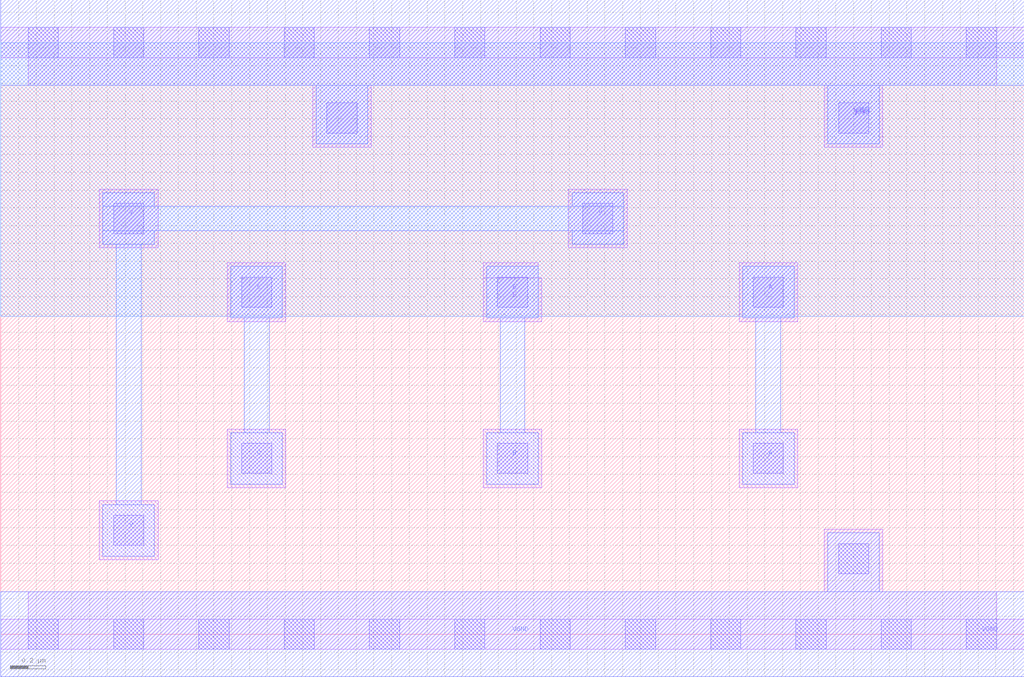
<source format=lef>
VERSION 5.7 ;
  NOWIREEXTENSIONATPIN ON ;
  DIVIDERCHAR "/" ;
  BUSBITCHARS "[]" ;
MACRO NAND3X1
  CLASS CORE ;
  FOREIGN NAND3X1 ;
  ORIGIN 0.000 0.000 ;
  SIZE 5.760 BY 3.330 ;
  SYMMETRY X Y ;
  SITE unit ;
  PIN A
    ANTENNAGATEAREA 0.189000 ;
    PORT
      LAYER met1 ;
        RECT 4.175 1.780 4.465 2.070 ;
        RECT 4.250 1.135 4.390 1.780 ;
        RECT 4.175 0.845 4.465 1.135 ;
    END
    PORT
      LAYER li1 ;
        RECT 4.155 1.760 4.485 2.090 ;
      LAYER mcon ;
        RECT 4.235 1.840 4.405 2.010 ;
    END
  END A
  PIN B
    ANTENNAGATEAREA 0.189000 ;
    PORT
      LAYER met1 ;
        RECT 2.735 1.780 3.025 2.070 ;
        RECT 2.810 1.135 2.950 1.780 ;
        RECT 2.735 0.845 3.025 1.135 ;
    END
    PORT
      LAYER li1 ;
        RECT 2.715 2.005 3.025 2.090 ;
        RECT 2.715 1.760 3.045 2.005 ;
      LAYER mcon ;
        RECT 2.795 1.840 2.965 2.010 ;
    END
  END B
  PIN C
    ANTENNAGATEAREA 0.189000 ;
    PORT
      LAYER met1 ;
        RECT 1.295 1.780 1.585 2.070 ;
        RECT 1.370 1.135 1.510 1.780 ;
        RECT 1.295 0.845 1.585 1.135 ;
    END
    PORT
      LAYER li1 ;
        RECT 1.275 1.760 1.605 2.090 ;
      LAYER mcon ;
        RECT 1.355 1.840 1.525 2.010 ;
    END
  END C
  PIN VGND
    ANTENNADIFFAREA 0.331800 ;
    PORT
      LAYER met1 ;
        RECT 4.655 0.240 4.945 0.570 ;
        RECT 0.000 -0.240 5.760 0.240 ;
    END
    PORT
      LAYER li1 ;
        RECT 4.635 0.240 4.965 0.590 ;
        RECT 0.155 0.085 5.605 0.240 ;
        RECT 0.000 -0.085 5.760 0.085 ;
      LAYER mcon ;
        RECT 4.715 0.340 4.885 0.510 ;
        RECT 0.155 -0.085 0.325 0.085 ;
        RECT 0.635 -0.085 0.805 0.085 ;
        RECT 1.115 -0.085 1.285 0.085 ;
        RECT 1.595 -0.085 1.765 0.085 ;
        RECT 2.075 -0.085 2.245 0.085 ;
        RECT 2.555 -0.085 2.725 0.085 ;
        RECT 3.035 -0.085 3.205 0.085 ;
        RECT 3.515 -0.085 3.685 0.085 ;
        RECT 3.995 -0.085 4.165 0.085 ;
        RECT 4.475 -0.085 4.645 0.085 ;
        RECT 4.955 -0.085 5.125 0.085 ;
        RECT 5.435 -0.085 5.605 0.085 ;
    END
    PORT
      LAYER met1 ;
        RECT 0.000 3.090 5.760 3.570 ;
        RECT 1.775 2.760 2.065 3.090 ;
        RECT 4.655 2.760 4.945 3.090 ;
    END
  END VGND
  PIN VPWR
    ANTENNADIFFAREA 1.747200 ;
    PORT
      LAYER li1 ;
        RECT 0.000 3.245 5.760 3.415 ;
        RECT 0.155 3.090 5.605 3.245 ;
        RECT 1.755 2.740 2.085 3.090 ;
        RECT 4.635 2.740 4.965 3.090 ;
      LAYER mcon ;
        RECT 0.155 3.245 0.325 3.415 ;
        RECT 0.635 3.245 0.805 3.415 ;
        RECT 1.115 3.245 1.285 3.415 ;
        RECT 1.595 3.245 1.765 3.415 ;
        RECT 2.075 3.245 2.245 3.415 ;
        RECT 2.555 3.245 2.725 3.415 ;
        RECT 3.035 3.245 3.205 3.415 ;
        RECT 3.515 3.245 3.685 3.415 ;
        RECT 3.995 3.245 4.165 3.415 ;
        RECT 4.475 3.245 4.645 3.415 ;
        RECT 4.955 3.245 5.125 3.415 ;
        RECT 5.435 3.245 5.605 3.415 ;
        RECT 1.835 2.820 2.005 2.990 ;
        RECT 4.715 2.820 4.885 2.990 ;
    END
  END VPWR
  PIN Y
    ANTENNADIFFAREA 2.131200 ;
    PORT
      LAYER met1 ;
        RECT 0.575 2.410 0.865 2.485 ;
        RECT 3.215 2.410 3.505 2.485 ;
        RECT 0.575 2.270 3.505 2.410 ;
        RECT 0.575 2.195 0.865 2.270 ;
        RECT 3.215 2.195 3.505 2.270 ;
        RECT 0.650 0.730 0.790 2.195 ;
        RECT 0.575 0.440 0.865 0.730 ;
    END
    PORT
      LAYER li1 ;
        RECT 0.555 2.175 0.885 2.505 ;
      LAYER mcon ;
        RECT 0.635 2.255 0.805 2.425 ;
    END
    PORT
      LAYER li1 ;
        RECT 3.195 2.175 3.525 2.505 ;
      LAYER mcon ;
        RECT 3.275 2.255 3.445 2.425 ;
    END
  END Y
  OBS
      LAYER nwell ;
        RECT 0.000 1.790 5.760 3.330 ;
      LAYER li1 ;
        RECT 1.275 0.825 1.605 1.155 ;
        RECT 2.715 0.825 3.045 1.155 ;
        RECT 4.155 0.825 4.485 1.155 ;
        RECT 0.555 0.420 0.885 0.750 ;
      LAYER mcon ;
        RECT 1.355 0.905 1.525 1.075 ;
        RECT 2.795 0.905 2.965 1.075 ;
        RECT 4.235 0.905 4.405 1.075 ;
        RECT 0.635 0.500 0.805 0.670 ;
  END
END NAND3X1
END LIBRARY


</source>
